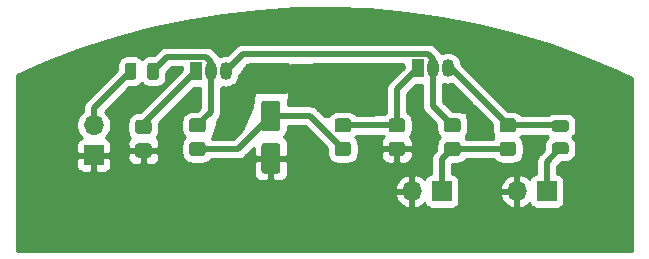
<source format=gbr>
%TF.GenerationSoftware,KiCad,Pcbnew,(5.1.7)-1*%
%TF.CreationDate,2020-12-08T09:59:05+02:00*%
%TF.ProjectId,Single_transistor_AMP,53696e67-6c65-45f7-9472-616e73697374,V1.0*%
%TF.SameCoordinates,Original*%
%TF.FileFunction,Copper,L1,Top*%
%TF.FilePolarity,Positive*%
%FSLAX46Y46*%
G04 Gerber Fmt 4.6, Leading zero omitted, Abs format (unit mm)*
G04 Created by KiCad (PCBNEW (5.1.7)-1) date 2020-12-08 09:59:05*
%MOMM*%
%LPD*%
G01*
G04 APERTURE LIST*
%TA.AperFunction,ComponentPad*%
%ADD10O,1.050000X1.500000*%
%TD*%
%TA.AperFunction,ComponentPad*%
%ADD11R,1.050000X1.500000*%
%TD*%
%TA.AperFunction,ComponentPad*%
%ADD12O,1.700000X1.700000*%
%TD*%
%TA.AperFunction,ComponentPad*%
%ADD13R,1.700000X1.700000*%
%TD*%
%TA.AperFunction,Conductor*%
%ADD14C,0.500000*%
%TD*%
%TA.AperFunction,Conductor*%
%ADD15C,0.254000*%
%TD*%
%TA.AperFunction,Conductor*%
%ADD16C,0.100000*%
%TD*%
%TA.AperFunction,NonConductor*%
%ADD17C,0.254000*%
%TD*%
%TA.AperFunction,NonConductor*%
%ADD18C,0.100000*%
%TD*%
G04 APERTURE END LIST*
%TO.P,C1,1*%
%TO.N,Net-(C1-Pad1)*%
%TA.AperFunction,SMDPad,CuDef*%
G36*
G01*
X122354000Y-78773000D02*
X122354000Y-79723000D01*
G75*
G02*
X122104000Y-79973000I-250000J0D01*
G01*
X121604000Y-79973000D01*
G75*
G02*
X121354000Y-79723000I0J250000D01*
G01*
X121354000Y-78773000D01*
G75*
G02*
X121604000Y-78523000I250000J0D01*
G01*
X122104000Y-78523000D01*
G75*
G02*
X122354000Y-78773000I0J-250000D01*
G01*
G37*
%TD.AperFunction*%
%TO.P,C1,2*%
%TO.N,Net-(C1-Pad2)*%
%TA.AperFunction,SMDPad,CuDef*%
G36*
G01*
X120454000Y-78773000D02*
X120454000Y-79723000D01*
G75*
G02*
X120204000Y-79973000I-250000J0D01*
G01*
X119704000Y-79973000D01*
G75*
G02*
X119454000Y-79723000I0J250000D01*
G01*
X119454000Y-78773000D01*
G75*
G02*
X119704000Y-78523000I250000J0D01*
G01*
X120204000Y-78523000D01*
G75*
G02*
X120454000Y-78773000I0J-250000D01*
G01*
G37*
%TD.AperFunction*%
%TD*%
%TO.P,C2,1*%
%TO.N,Net-(C2-Pad1)*%
%TA.AperFunction,SMDPad,CuDef*%
G36*
G01*
X131276000Y-81736000D02*
X132376000Y-81736000D01*
G75*
G02*
X132626000Y-81986000I0J-250000D01*
G01*
X132626000Y-84086000D01*
G75*
G02*
X132376000Y-84336000I-250000J0D01*
G01*
X131276000Y-84336000D01*
G75*
G02*
X131026000Y-84086000I0J250000D01*
G01*
X131026000Y-81986000D01*
G75*
G02*
X131276000Y-81736000I250000J0D01*
G01*
G37*
%TD.AperFunction*%
%TO.P,C2,2*%
%TO.N,GND*%
%TA.AperFunction,SMDPad,CuDef*%
G36*
G01*
X131276000Y-85336000D02*
X132376000Y-85336000D01*
G75*
G02*
X132626000Y-85586000I0J-250000D01*
G01*
X132626000Y-87686000D01*
G75*
G02*
X132376000Y-87936000I-250000J0D01*
G01*
X131276000Y-87936000D01*
G75*
G02*
X131026000Y-87686000I0J250000D01*
G01*
X131026000Y-85586000D01*
G75*
G02*
X131276000Y-85336000I250000J0D01*
G01*
G37*
%TD.AperFunction*%
%TD*%
%TO.P,C3,2*%
%TO.N,Net-(C3-Pad2)*%
%TA.AperFunction,SMDPad,CuDef*%
G36*
G01*
X156812000Y-84386000D02*
X155862000Y-84386000D01*
G75*
G02*
X155612000Y-84136000I0J250000D01*
G01*
X155612000Y-83636000D01*
G75*
G02*
X155862000Y-83386000I250000J0D01*
G01*
X156812000Y-83386000D01*
G75*
G02*
X157062000Y-83636000I0J-250000D01*
G01*
X157062000Y-84136000D01*
G75*
G02*
X156812000Y-84386000I-250000J0D01*
G01*
G37*
%TD.AperFunction*%
%TO.P,C3,1*%
%TO.N,Net-(C3-Pad1)*%
%TA.AperFunction,SMDPad,CuDef*%
G36*
G01*
X156812000Y-86286000D02*
X155862000Y-86286000D01*
G75*
G02*
X155612000Y-86036000I0J250000D01*
G01*
X155612000Y-85536000D01*
G75*
G02*
X155862000Y-85286000I250000J0D01*
G01*
X156812000Y-85286000D01*
G75*
G02*
X157062000Y-85536000I0J-250000D01*
G01*
X157062000Y-86036000D01*
G75*
G02*
X156812000Y-86286000I-250000J0D01*
G01*
G37*
%TD.AperFunction*%
%TD*%
D10*
%TO.P,Q1,2*%
%TO.N,Net-(C1-Pad1)*%
X126746000Y-79248000D03*
%TO.P,Q1,3*%
%TO.N,Net-(Q1-Pad3)*%
X128016000Y-79248000D03*
D11*
%TO.P,Q1,1*%
%TO.N,Net-(Q1-Pad1)*%
X125476000Y-79248000D03*
%TD*%
%TO.P,Q2,1*%
%TO.N,Net-(Q2-Pad1)*%
X144272000Y-78994000D03*
D10*
%TO.P,Q2,3*%
%TO.N,Net-(C3-Pad2)*%
X146812000Y-78994000D03*
%TO.P,Q2,2*%
%TO.N,Net-(Q1-Pad3)*%
X145542000Y-78994000D03*
%TD*%
%TO.P,R1,1*%
%TO.N,Net-(C1-Pad1)*%
%TA.AperFunction,SMDPad,CuDef*%
G36*
G01*
X125152999Y-83236000D02*
X126053001Y-83236000D01*
G75*
G02*
X126303000Y-83485999I0J-249999D01*
G01*
X126303000Y-84186001D01*
G75*
G02*
X126053001Y-84436000I-249999J0D01*
G01*
X125152999Y-84436000D01*
G75*
G02*
X124903000Y-84186001I0J249999D01*
G01*
X124903000Y-83485999D01*
G75*
G02*
X125152999Y-83236000I249999J0D01*
G01*
G37*
%TD.AperFunction*%
%TO.P,R1,2*%
%TO.N,Net-(C2-Pad1)*%
%TA.AperFunction,SMDPad,CuDef*%
G36*
G01*
X125152999Y-85236000D02*
X126053001Y-85236000D01*
G75*
G02*
X126303000Y-85485999I0J-249999D01*
G01*
X126303000Y-86186001D01*
G75*
G02*
X126053001Y-86436000I-249999J0D01*
G01*
X125152999Y-86436000D01*
G75*
G02*
X124903000Y-86186001I0J249999D01*
G01*
X124903000Y-85485999D01*
G75*
G02*
X125152999Y-85236000I249999J0D01*
G01*
G37*
%TD.AperFunction*%
%TD*%
%TO.P,R2,2*%
%TO.N,Net-(Q1-Pad3)*%
%TA.AperFunction,SMDPad,CuDef*%
G36*
G01*
X147643001Y-84436000D02*
X146742999Y-84436000D01*
G75*
G02*
X146493000Y-84186001I0J249999D01*
G01*
X146493000Y-83485999D01*
G75*
G02*
X146742999Y-83236000I249999J0D01*
G01*
X147643001Y-83236000D01*
G75*
G02*
X147893000Y-83485999I0J-249999D01*
G01*
X147893000Y-84186001D01*
G75*
G02*
X147643001Y-84436000I-249999J0D01*
G01*
G37*
%TD.AperFunction*%
%TO.P,R2,1*%
%TO.N,Net-(J2-Pad1)*%
%TA.AperFunction,SMDPad,CuDef*%
G36*
G01*
X147643001Y-86436000D02*
X146742999Y-86436000D01*
G75*
G02*
X146493000Y-86186001I0J249999D01*
G01*
X146493000Y-85485999D01*
G75*
G02*
X146742999Y-85236000I249999J0D01*
G01*
X147643001Y-85236000D01*
G75*
G02*
X147893000Y-85485999I0J-249999D01*
G01*
X147893000Y-86186001D01*
G75*
G02*
X147643001Y-86436000I-249999J0D01*
G01*
G37*
%TD.AperFunction*%
%TD*%
%TO.P,R3,2*%
%TO.N,GND*%
%TA.AperFunction,SMDPad,CuDef*%
G36*
G01*
X120580999Y-85363000D02*
X121481001Y-85363000D01*
G75*
G02*
X121731000Y-85612999I0J-249999D01*
G01*
X121731000Y-86313001D01*
G75*
G02*
X121481001Y-86563000I-249999J0D01*
G01*
X120580999Y-86563000D01*
G75*
G02*
X120331000Y-86313001I0J249999D01*
G01*
X120331000Y-85612999D01*
G75*
G02*
X120580999Y-85363000I249999J0D01*
G01*
G37*
%TD.AperFunction*%
%TO.P,R3,1*%
%TO.N,Net-(Q1-Pad1)*%
%TA.AperFunction,SMDPad,CuDef*%
G36*
G01*
X120580999Y-83363000D02*
X121481001Y-83363000D01*
G75*
G02*
X121731000Y-83612999I0J-249999D01*
G01*
X121731000Y-84313001D01*
G75*
G02*
X121481001Y-84563000I-249999J0D01*
G01*
X120580999Y-84563000D01*
G75*
G02*
X120331000Y-84313001I0J249999D01*
G01*
X120331000Y-83612999D01*
G75*
G02*
X120580999Y-83363000I249999J0D01*
G01*
G37*
%TD.AperFunction*%
%TD*%
%TO.P,R4,1*%
%TO.N,Net-(Q2-Pad1)*%
%TA.AperFunction,SMDPad,CuDef*%
G36*
G01*
X137471999Y-83236000D02*
X138372001Y-83236000D01*
G75*
G02*
X138622000Y-83485999I0J-249999D01*
G01*
X138622000Y-84186001D01*
G75*
G02*
X138372001Y-84436000I-249999J0D01*
G01*
X137471999Y-84436000D01*
G75*
G02*
X137222000Y-84186001I0J249999D01*
G01*
X137222000Y-83485999D01*
G75*
G02*
X137471999Y-83236000I249999J0D01*
G01*
G37*
%TD.AperFunction*%
%TO.P,R4,2*%
%TO.N,Net-(C2-Pad1)*%
%TA.AperFunction,SMDPad,CuDef*%
G36*
G01*
X137471999Y-85236000D02*
X138372001Y-85236000D01*
G75*
G02*
X138622000Y-85485999I0J-249999D01*
G01*
X138622000Y-86186001D01*
G75*
G02*
X138372001Y-86436000I-249999J0D01*
G01*
X137471999Y-86436000D01*
G75*
G02*
X137222000Y-86186001I0J249999D01*
G01*
X137222000Y-85485999D01*
G75*
G02*
X137471999Y-85236000I249999J0D01*
G01*
G37*
%TD.AperFunction*%
%TD*%
%TO.P,R5,2*%
%TO.N,Net-(C3-Pad2)*%
%TA.AperFunction,SMDPad,CuDef*%
G36*
G01*
X152342001Y-84436000D02*
X151441999Y-84436000D01*
G75*
G02*
X151192000Y-84186001I0J249999D01*
G01*
X151192000Y-83485999D01*
G75*
G02*
X151441999Y-83236000I249999J0D01*
G01*
X152342001Y-83236000D01*
G75*
G02*
X152592000Y-83485999I0J-249999D01*
G01*
X152592000Y-84186001D01*
G75*
G02*
X152342001Y-84436000I-249999J0D01*
G01*
G37*
%TD.AperFunction*%
%TO.P,R5,1*%
%TO.N,Net-(J2-Pad1)*%
%TA.AperFunction,SMDPad,CuDef*%
G36*
G01*
X152342001Y-86436000D02*
X151441999Y-86436000D01*
G75*
G02*
X151192000Y-86186001I0J249999D01*
G01*
X151192000Y-85485999D01*
G75*
G02*
X151441999Y-85236000I249999J0D01*
G01*
X152342001Y-85236000D01*
G75*
G02*
X152592000Y-85485999I0J-249999D01*
G01*
X152592000Y-86186001D01*
G75*
G02*
X152342001Y-86436000I-249999J0D01*
G01*
G37*
%TD.AperFunction*%
%TD*%
%TO.P,R6,1*%
%TO.N,Net-(Q2-Pad1)*%
%TA.AperFunction,SMDPad,CuDef*%
G36*
G01*
X142043999Y-83236000D02*
X142944001Y-83236000D01*
G75*
G02*
X143194000Y-83485999I0J-249999D01*
G01*
X143194000Y-84186001D01*
G75*
G02*
X142944001Y-84436000I-249999J0D01*
G01*
X142043999Y-84436000D01*
G75*
G02*
X141794000Y-84186001I0J249999D01*
G01*
X141794000Y-83485999D01*
G75*
G02*
X142043999Y-83236000I249999J0D01*
G01*
G37*
%TD.AperFunction*%
%TO.P,R6,2*%
%TO.N,GND*%
%TA.AperFunction,SMDPad,CuDef*%
G36*
G01*
X142043999Y-85236000D02*
X142944001Y-85236000D01*
G75*
G02*
X143194000Y-85485999I0J-249999D01*
G01*
X143194000Y-86186001D01*
G75*
G02*
X142944001Y-86436000I-249999J0D01*
G01*
X142043999Y-86436000D01*
G75*
G02*
X141794000Y-86186001I0J249999D01*
G01*
X141794000Y-85485999D01*
G75*
G02*
X142043999Y-85236000I249999J0D01*
G01*
G37*
%TD.AperFunction*%
%TD*%
D12*
%TO.P,J1,2*%
%TO.N,Net-(C1-Pad2)*%
X116840000Y-83820000D03*
D13*
%TO.P,J1,1*%
%TO.N,GND*%
X116840000Y-86360000D03*
%TD*%
%TO.P,J3,1*%
%TO.N,Net-(C3-Pad1)*%
X155194000Y-89408000D03*
D12*
%TO.P,J3,2*%
%TO.N,GND*%
X152654000Y-89408000D03*
%TD*%
D13*
%TO.P,J2,1*%
%TO.N,Net-(J2-Pad1)*%
X146304000Y-89408000D03*
D12*
%TO.P,J2,2*%
%TO.N,GND*%
X143764000Y-89408000D03*
%TD*%
D14*
%TO.N,Net-(C1-Pad1)*%
X126746000Y-82693000D02*
X126746000Y-79248000D01*
X125603000Y-83836000D02*
X126746000Y-82693000D01*
X126746000Y-78432998D02*
X126746000Y-79248000D01*
X126361001Y-78047999D02*
X126746000Y-78432998D01*
X123054001Y-78047999D02*
X126361001Y-78047999D01*
X121854000Y-79248000D02*
X123054001Y-78047999D01*
%TO.N,Net-(C1-Pad2)*%
X116840000Y-82362000D02*
X119954000Y-79248000D01*
X116840000Y-83820000D02*
X116840000Y-82362000D01*
%TO.N,Net-(C2-Pad1)*%
X129026000Y-85836000D02*
X131826000Y-83036000D01*
X125603000Y-85836000D02*
X129026000Y-85836000D01*
X135122000Y-83036000D02*
X137922000Y-85836000D01*
X131826000Y-83036000D02*
X135122000Y-83036000D01*
%TO.N,Net-(C3-Pad2)*%
X156287000Y-83836000D02*
X156337000Y-83886000D01*
X151892000Y-83836000D02*
X156287000Y-83836000D01*
X147050000Y-78994000D02*
X151892000Y-83836000D01*
X146812000Y-78994000D02*
X147050000Y-78994000D01*
%TO.N,Net-(C3-Pad1)*%
X155194000Y-86929000D02*
X156337000Y-85786000D01*
X155194000Y-89408000D02*
X155194000Y-86929000D01*
%TO.N,Net-(J2-Pad1)*%
X146304000Y-86725000D02*
X147193000Y-85836000D01*
X146304000Y-89408000D02*
X146304000Y-86725000D01*
X147193000Y-85836000D02*
X151892000Y-85836000D01*
%TO.N,Net-(Q1-Pad3)*%
X145542000Y-82185000D02*
X147193000Y-83836000D01*
X145542000Y-78994000D02*
X145542000Y-82185000D01*
X145542000Y-78178998D02*
X145542000Y-78994000D01*
X145157001Y-77793999D02*
X145542000Y-78178998D01*
X129470001Y-77793999D02*
X145157001Y-77793999D01*
X128016000Y-79248000D02*
X129470001Y-77793999D01*
%TO.N,Net-(Q1-Pad1)*%
X121031000Y-83693000D02*
X125476000Y-79248000D01*
X121031000Y-83963000D02*
X121031000Y-83693000D01*
%TO.N,Net-(Q2-Pad1)*%
X137922000Y-83836000D02*
X142494000Y-83836000D01*
X142494000Y-80772000D02*
X144272000Y-78994000D01*
X142494000Y-83836000D02*
X142494000Y-80772000D01*
%TD*%
D15*
%TO.N,GND*%
X140147627Y-74017922D02*
X143240633Y-74298896D01*
X146315502Y-74736001D01*
X149364316Y-75328112D01*
X152379267Y-76073712D01*
X155352627Y-76970891D01*
X158276796Y-78017355D01*
X161147514Y-79211768D01*
X162408000Y-79796415D01*
X162408001Y-94501100D01*
X110337200Y-94501100D01*
X110337200Y-91713674D01*
X110337204Y-91713633D01*
X110337200Y-91682570D01*
X110337200Y-91648881D01*
X110337196Y-91648837D01*
X110336954Y-89764891D01*
X142322519Y-89764891D01*
X142419843Y-90039252D01*
X142568822Y-90289355D01*
X142763731Y-90505588D01*
X142997080Y-90679641D01*
X143259901Y-90804825D01*
X143407110Y-90849476D01*
X143637000Y-90728155D01*
X143637000Y-89535000D01*
X142443186Y-89535000D01*
X142322519Y-89764891D01*
X110336954Y-89764891D01*
X110336863Y-89051109D01*
X142322519Y-89051109D01*
X142443186Y-89281000D01*
X143637000Y-89281000D01*
X143637000Y-88087845D01*
X143407110Y-87966524D01*
X143259901Y-88011175D01*
X142997080Y-88136359D01*
X142763731Y-88310412D01*
X142568822Y-88526645D01*
X142419843Y-88776748D01*
X142322519Y-89051109D01*
X110336863Y-89051109D01*
X110336719Y-87936000D01*
X130387928Y-87936000D01*
X130400188Y-88060482D01*
X130436498Y-88180180D01*
X130495463Y-88290494D01*
X130574815Y-88387185D01*
X130671506Y-88466537D01*
X130781820Y-88525502D01*
X130901518Y-88561812D01*
X131026000Y-88574072D01*
X131540250Y-88571000D01*
X131699000Y-88412250D01*
X131699000Y-86763000D01*
X131953000Y-86763000D01*
X131953000Y-88412250D01*
X132111750Y-88571000D01*
X132626000Y-88574072D01*
X132750482Y-88561812D01*
X132870180Y-88525502D01*
X132980494Y-88466537D01*
X133077185Y-88387185D01*
X133156537Y-88290494D01*
X133215502Y-88180180D01*
X133251812Y-88060482D01*
X133264072Y-87936000D01*
X133261000Y-86921750D01*
X133102250Y-86763000D01*
X131953000Y-86763000D01*
X131699000Y-86763000D01*
X130549750Y-86763000D01*
X130391000Y-86921750D01*
X130387928Y-87936000D01*
X110336719Y-87936000D01*
X110336625Y-87210000D01*
X115351928Y-87210000D01*
X115364188Y-87334482D01*
X115400498Y-87454180D01*
X115459463Y-87564494D01*
X115538815Y-87661185D01*
X115635506Y-87740537D01*
X115745820Y-87799502D01*
X115865518Y-87835812D01*
X115990000Y-87848072D01*
X116554250Y-87845000D01*
X116713000Y-87686250D01*
X116713000Y-86487000D01*
X116967000Y-86487000D01*
X116967000Y-87686250D01*
X117125750Y-87845000D01*
X117690000Y-87848072D01*
X117814482Y-87835812D01*
X117934180Y-87799502D01*
X118044494Y-87740537D01*
X118141185Y-87661185D01*
X118220537Y-87564494D01*
X118279502Y-87454180D01*
X118315812Y-87334482D01*
X118328072Y-87210000D01*
X118325000Y-86645750D01*
X118242250Y-86563000D01*
X119692928Y-86563000D01*
X119705188Y-86687482D01*
X119741498Y-86807180D01*
X119800463Y-86917494D01*
X119879815Y-87014185D01*
X119976506Y-87093537D01*
X120086820Y-87152502D01*
X120206518Y-87188812D01*
X120331000Y-87201072D01*
X120745250Y-87198000D01*
X120904000Y-87039250D01*
X120904000Y-86090000D01*
X121158000Y-86090000D01*
X121158000Y-87039250D01*
X121316750Y-87198000D01*
X121731000Y-87201072D01*
X121855482Y-87188812D01*
X121975180Y-87152502D01*
X122085494Y-87093537D01*
X122182185Y-87014185D01*
X122261537Y-86917494D01*
X122320502Y-86807180D01*
X122356812Y-86687482D01*
X122369072Y-86563000D01*
X122366000Y-86248750D01*
X122207250Y-86090000D01*
X121158000Y-86090000D01*
X120904000Y-86090000D01*
X119854750Y-86090000D01*
X119696000Y-86248750D01*
X119692928Y-86563000D01*
X118242250Y-86563000D01*
X118166250Y-86487000D01*
X116967000Y-86487000D01*
X116713000Y-86487000D01*
X115513750Y-86487000D01*
X115355000Y-86645750D01*
X115351928Y-87210000D01*
X110336625Y-87210000D01*
X110336406Y-85510000D01*
X115351928Y-85510000D01*
X115355000Y-86074250D01*
X115513750Y-86233000D01*
X116713000Y-86233000D01*
X116713000Y-86213000D01*
X116967000Y-86213000D01*
X116967000Y-86233000D01*
X118166250Y-86233000D01*
X118325000Y-86074250D01*
X118328072Y-85510000D01*
X118315812Y-85385518D01*
X118279502Y-85265820D01*
X118220537Y-85155506D01*
X118141185Y-85058815D01*
X118044494Y-84979463D01*
X117934180Y-84920498D01*
X117861620Y-84898487D01*
X117993475Y-84766632D01*
X118155990Y-84523411D01*
X118267932Y-84253158D01*
X118325000Y-83966260D01*
X118325000Y-83673740D01*
X118267932Y-83386842D01*
X118155990Y-83116589D01*
X117993475Y-82873368D01*
X117786843Y-82666736D01*
X119842507Y-80611072D01*
X120204000Y-80611072D01*
X120377254Y-80594008D01*
X120543850Y-80543472D01*
X120697386Y-80461405D01*
X120831962Y-80350962D01*
X120904000Y-80263183D01*
X120976038Y-80350962D01*
X121110614Y-80461405D01*
X121264150Y-80543472D01*
X121430746Y-80594008D01*
X121604000Y-80611072D01*
X122104000Y-80611072D01*
X122277254Y-80594008D01*
X122443850Y-80543472D01*
X122597386Y-80461405D01*
X122731962Y-80350962D01*
X122842405Y-80216386D01*
X122924472Y-80062850D01*
X122975008Y-79896254D01*
X122992072Y-79723000D01*
X122992072Y-79361506D01*
X123420580Y-78932999D01*
X124312928Y-78932999D01*
X124312928Y-79159493D01*
X120747494Y-82724928D01*
X120580999Y-82724928D01*
X120407745Y-82741992D01*
X120241149Y-82792528D01*
X120087613Y-82874595D01*
X119953038Y-82985038D01*
X119842595Y-83119613D01*
X119760528Y-83273149D01*
X119709992Y-83439745D01*
X119692928Y-83612999D01*
X119692928Y-84313001D01*
X119709992Y-84486255D01*
X119760528Y-84652851D01*
X119842595Y-84806387D01*
X119909276Y-84887637D01*
X119879815Y-84911815D01*
X119800463Y-85008506D01*
X119741498Y-85118820D01*
X119705188Y-85238518D01*
X119692928Y-85363000D01*
X119696000Y-85677250D01*
X119854750Y-85836000D01*
X120904000Y-85836000D01*
X120904000Y-85816000D01*
X121158000Y-85816000D01*
X121158000Y-85836000D01*
X122207250Y-85836000D01*
X122366000Y-85677250D01*
X122369072Y-85363000D01*
X122356812Y-85238518D01*
X122320502Y-85118820D01*
X122261537Y-85008506D01*
X122182185Y-84911815D01*
X122152724Y-84887637D01*
X122219405Y-84806387D01*
X122301472Y-84652851D01*
X122352008Y-84486255D01*
X122369072Y-84313001D01*
X122369072Y-83612999D01*
X122368490Y-83607088D01*
X125339507Y-80636072D01*
X125861001Y-80636072D01*
X125861000Y-82326421D01*
X125589493Y-82597928D01*
X125152999Y-82597928D01*
X124979745Y-82614992D01*
X124813149Y-82665528D01*
X124659613Y-82747595D01*
X124525038Y-82858038D01*
X124414595Y-82992613D01*
X124332528Y-83146149D01*
X124281992Y-83312745D01*
X124264928Y-83485999D01*
X124264928Y-84186001D01*
X124281992Y-84359255D01*
X124332528Y-84525851D01*
X124414595Y-84679387D01*
X124525038Y-84813962D01*
X124551891Y-84836000D01*
X124525038Y-84858038D01*
X124414595Y-84992613D01*
X124332528Y-85146149D01*
X124281992Y-85312745D01*
X124264928Y-85485999D01*
X124264928Y-86186001D01*
X124281992Y-86359255D01*
X124332528Y-86525851D01*
X124414595Y-86679387D01*
X124525038Y-86813962D01*
X124659613Y-86924405D01*
X124813149Y-87006472D01*
X124979745Y-87057008D01*
X125152999Y-87074072D01*
X126053001Y-87074072D01*
X126226255Y-87057008D01*
X126392851Y-87006472D01*
X126546387Y-86924405D01*
X126680962Y-86813962D01*
X126757254Y-86721000D01*
X128982531Y-86721000D01*
X129026000Y-86725281D01*
X129069469Y-86721000D01*
X129069477Y-86721000D01*
X129199490Y-86708195D01*
X129366313Y-86657589D01*
X129520059Y-86575411D01*
X129654817Y-86464817D01*
X129682534Y-86431044D01*
X130389105Y-85724474D01*
X130391000Y-86350250D01*
X130549750Y-86509000D01*
X131699000Y-86509000D01*
X131699000Y-86489000D01*
X131953000Y-86489000D01*
X131953000Y-86509000D01*
X133102250Y-86509000D01*
X133261000Y-86350250D01*
X133264072Y-85336000D01*
X133251812Y-85211518D01*
X133215502Y-85091820D01*
X133156537Y-84981506D01*
X133077185Y-84884815D01*
X132980494Y-84805463D01*
X132927187Y-84776969D01*
X133003962Y-84713962D01*
X133114405Y-84579386D01*
X133196472Y-84425850D01*
X133247008Y-84259254D01*
X133264072Y-84086000D01*
X133264072Y-83921000D01*
X134755422Y-83921000D01*
X136583928Y-85749507D01*
X136583928Y-86186001D01*
X136600992Y-86359255D01*
X136651528Y-86525851D01*
X136733595Y-86679387D01*
X136844038Y-86813962D01*
X136978613Y-86924405D01*
X137132149Y-87006472D01*
X137298745Y-87057008D01*
X137471999Y-87074072D01*
X138372001Y-87074072D01*
X138545255Y-87057008D01*
X138711851Y-87006472D01*
X138865387Y-86924405D01*
X138999962Y-86813962D01*
X139110405Y-86679387D01*
X139192472Y-86525851D01*
X139219727Y-86436000D01*
X141155928Y-86436000D01*
X141168188Y-86560482D01*
X141204498Y-86680180D01*
X141263463Y-86790494D01*
X141342815Y-86887185D01*
X141439506Y-86966537D01*
X141549820Y-87025502D01*
X141669518Y-87061812D01*
X141794000Y-87074072D01*
X142208250Y-87071000D01*
X142367000Y-86912250D01*
X142367000Y-85963000D01*
X142621000Y-85963000D01*
X142621000Y-86912250D01*
X142779750Y-87071000D01*
X143194000Y-87074072D01*
X143318482Y-87061812D01*
X143438180Y-87025502D01*
X143548494Y-86966537D01*
X143645185Y-86887185D01*
X143724537Y-86790494D01*
X143783502Y-86680180D01*
X143819812Y-86560482D01*
X143832072Y-86436000D01*
X143829000Y-86121750D01*
X143670250Y-85963000D01*
X142621000Y-85963000D01*
X142367000Y-85963000D01*
X141317750Y-85963000D01*
X141159000Y-86121750D01*
X141155928Y-86436000D01*
X139219727Y-86436000D01*
X139243008Y-86359255D01*
X139260072Y-86186001D01*
X139260072Y-85485999D01*
X139243008Y-85312745D01*
X139192472Y-85146149D01*
X139110405Y-84992613D01*
X138999962Y-84858038D01*
X138973109Y-84836000D01*
X138999962Y-84813962D01*
X139076254Y-84721000D01*
X141339746Y-84721000D01*
X141372276Y-84760637D01*
X141342815Y-84784815D01*
X141263463Y-84881506D01*
X141204498Y-84991820D01*
X141168188Y-85111518D01*
X141155928Y-85236000D01*
X141159000Y-85550250D01*
X141317750Y-85709000D01*
X142367000Y-85709000D01*
X142367000Y-85689000D01*
X142621000Y-85689000D01*
X142621000Y-85709000D01*
X143670250Y-85709000D01*
X143829000Y-85550250D01*
X143832072Y-85236000D01*
X143819812Y-85111518D01*
X143783502Y-84991820D01*
X143724537Y-84881506D01*
X143645185Y-84784815D01*
X143615724Y-84760637D01*
X143682405Y-84679387D01*
X143764472Y-84525851D01*
X143815008Y-84359255D01*
X143832072Y-84186001D01*
X143832072Y-83485999D01*
X143815008Y-83312745D01*
X143764472Y-83146149D01*
X143682405Y-82992613D01*
X143571962Y-82858038D01*
X143437387Y-82747595D01*
X143379000Y-82716386D01*
X143379000Y-81138578D01*
X144135507Y-80382072D01*
X144657000Y-80382072D01*
X144657001Y-82141521D01*
X144652719Y-82185000D01*
X144669805Y-82358490D01*
X144720412Y-82525313D01*
X144802590Y-82679059D01*
X144885468Y-82780046D01*
X144885471Y-82780049D01*
X144913184Y-82813817D01*
X144946951Y-82841529D01*
X145854928Y-83749507D01*
X145854928Y-84186001D01*
X145871992Y-84359255D01*
X145922528Y-84525851D01*
X146004595Y-84679387D01*
X146115038Y-84813962D01*
X146141891Y-84836000D01*
X146115038Y-84858038D01*
X146004595Y-84992613D01*
X145922528Y-85146149D01*
X145871992Y-85312745D01*
X145854928Y-85485999D01*
X145854928Y-85922494D01*
X145708951Y-86068471D01*
X145675184Y-86096183D01*
X145647471Y-86129951D01*
X145647468Y-86129954D01*
X145564590Y-86230941D01*
X145482412Y-86384687D01*
X145431805Y-86551510D01*
X145414719Y-86725000D01*
X145419001Y-86768479D01*
X145419001Y-87923375D01*
X145329518Y-87932188D01*
X145209820Y-87968498D01*
X145099506Y-88027463D01*
X145002815Y-88106815D01*
X144923463Y-88203506D01*
X144864498Y-88313820D01*
X144840034Y-88394466D01*
X144764269Y-88310412D01*
X144530920Y-88136359D01*
X144268099Y-88011175D01*
X144120890Y-87966524D01*
X143891000Y-88087845D01*
X143891000Y-89281000D01*
X143911000Y-89281000D01*
X143911000Y-89535000D01*
X143891000Y-89535000D01*
X143891000Y-90728155D01*
X144120890Y-90849476D01*
X144268099Y-90804825D01*
X144530920Y-90679641D01*
X144764269Y-90505588D01*
X144840034Y-90421534D01*
X144864498Y-90502180D01*
X144923463Y-90612494D01*
X145002815Y-90709185D01*
X145099506Y-90788537D01*
X145209820Y-90847502D01*
X145329518Y-90883812D01*
X145454000Y-90896072D01*
X147154000Y-90896072D01*
X147278482Y-90883812D01*
X147398180Y-90847502D01*
X147508494Y-90788537D01*
X147605185Y-90709185D01*
X147684537Y-90612494D01*
X147743502Y-90502180D01*
X147779812Y-90382482D01*
X147792072Y-90258000D01*
X147792072Y-89764891D01*
X151212519Y-89764891D01*
X151309843Y-90039252D01*
X151458822Y-90289355D01*
X151653731Y-90505588D01*
X151887080Y-90679641D01*
X152149901Y-90804825D01*
X152297110Y-90849476D01*
X152527000Y-90728155D01*
X152527000Y-89535000D01*
X151333186Y-89535000D01*
X151212519Y-89764891D01*
X147792072Y-89764891D01*
X147792072Y-89051109D01*
X151212519Y-89051109D01*
X151333186Y-89281000D01*
X152527000Y-89281000D01*
X152527000Y-88087845D01*
X152297110Y-87966524D01*
X152149901Y-88011175D01*
X151887080Y-88136359D01*
X151653731Y-88310412D01*
X151458822Y-88526645D01*
X151309843Y-88776748D01*
X151212519Y-89051109D01*
X147792072Y-89051109D01*
X147792072Y-88558000D01*
X147779812Y-88433518D01*
X147743502Y-88313820D01*
X147684537Y-88203506D01*
X147605185Y-88106815D01*
X147508494Y-88027463D01*
X147398180Y-87968498D01*
X147278482Y-87932188D01*
X147189000Y-87923375D01*
X147189000Y-87091578D01*
X147206506Y-87074072D01*
X147643001Y-87074072D01*
X147816255Y-87057008D01*
X147982851Y-87006472D01*
X148136387Y-86924405D01*
X148270962Y-86813962D01*
X148347254Y-86721000D01*
X150737746Y-86721000D01*
X150814038Y-86813962D01*
X150948613Y-86924405D01*
X151102149Y-87006472D01*
X151268745Y-87057008D01*
X151441999Y-87074072D01*
X152342001Y-87074072D01*
X152515255Y-87057008D01*
X152681851Y-87006472D01*
X152835387Y-86924405D01*
X152969962Y-86813962D01*
X153080405Y-86679387D01*
X153162472Y-86525851D01*
X153213008Y-86359255D01*
X153230072Y-86186001D01*
X153230072Y-85485999D01*
X153213008Y-85312745D01*
X153162472Y-85146149D01*
X153080405Y-84992613D01*
X152969962Y-84858038D01*
X152943109Y-84836000D01*
X152969962Y-84813962D01*
X153046254Y-84721000D01*
X155198780Y-84721000D01*
X155234038Y-84763962D01*
X155321817Y-84836000D01*
X155234038Y-84908038D01*
X155123595Y-85042614D01*
X155041528Y-85196150D01*
X154990992Y-85362746D01*
X154973928Y-85536000D01*
X154973928Y-85897494D01*
X154598951Y-86272471D01*
X154565184Y-86300183D01*
X154537471Y-86333951D01*
X154537468Y-86333954D01*
X154454590Y-86434941D01*
X154372412Y-86588687D01*
X154321805Y-86755510D01*
X154304719Y-86929000D01*
X154309001Y-86972479D01*
X154309001Y-87923375D01*
X154219518Y-87932188D01*
X154099820Y-87968498D01*
X153989506Y-88027463D01*
X153892815Y-88106815D01*
X153813463Y-88203506D01*
X153754498Y-88313820D01*
X153730034Y-88394466D01*
X153654269Y-88310412D01*
X153420920Y-88136359D01*
X153158099Y-88011175D01*
X153010890Y-87966524D01*
X152781000Y-88087845D01*
X152781000Y-89281000D01*
X152801000Y-89281000D01*
X152801000Y-89535000D01*
X152781000Y-89535000D01*
X152781000Y-90728155D01*
X153010890Y-90849476D01*
X153158099Y-90804825D01*
X153420920Y-90679641D01*
X153654269Y-90505588D01*
X153730034Y-90421534D01*
X153754498Y-90502180D01*
X153813463Y-90612494D01*
X153892815Y-90709185D01*
X153989506Y-90788537D01*
X154099820Y-90847502D01*
X154219518Y-90883812D01*
X154344000Y-90896072D01*
X156044000Y-90896072D01*
X156168482Y-90883812D01*
X156288180Y-90847502D01*
X156398494Y-90788537D01*
X156495185Y-90709185D01*
X156574537Y-90612494D01*
X156633502Y-90502180D01*
X156669812Y-90382482D01*
X156682072Y-90258000D01*
X156682072Y-88558000D01*
X156669812Y-88433518D01*
X156633502Y-88313820D01*
X156574537Y-88203506D01*
X156495185Y-88106815D01*
X156398494Y-88027463D01*
X156288180Y-87968498D01*
X156168482Y-87932188D01*
X156079000Y-87923375D01*
X156079000Y-87295578D01*
X156450507Y-86924072D01*
X156812000Y-86924072D01*
X156985254Y-86907008D01*
X157151850Y-86856472D01*
X157305386Y-86774405D01*
X157439962Y-86663962D01*
X157550405Y-86529386D01*
X157632472Y-86375850D01*
X157683008Y-86209254D01*
X157700072Y-86036000D01*
X157700072Y-85536000D01*
X157683008Y-85362746D01*
X157632472Y-85196150D01*
X157550405Y-85042614D01*
X157439962Y-84908038D01*
X157352183Y-84836000D01*
X157439962Y-84763962D01*
X157550405Y-84629386D01*
X157632472Y-84475850D01*
X157683008Y-84309254D01*
X157700072Y-84136000D01*
X157700072Y-83636000D01*
X157683008Y-83462746D01*
X157632472Y-83296150D01*
X157550405Y-83142614D01*
X157439962Y-83008038D01*
X157305386Y-82897595D01*
X157151850Y-82815528D01*
X156985254Y-82764992D01*
X156812000Y-82747928D01*
X155862000Y-82747928D01*
X155688746Y-82764992D01*
X155522150Y-82815528D01*
X155368614Y-82897595D01*
X155303539Y-82951000D01*
X153046254Y-82951000D01*
X152969962Y-82858038D01*
X152835387Y-82747595D01*
X152681851Y-82665528D01*
X152515255Y-82614992D01*
X152342001Y-82597928D01*
X151905507Y-82597928D01*
X147966800Y-78659222D01*
X147955215Y-78541600D01*
X147888885Y-78322940D01*
X147781171Y-78121421D01*
X147636212Y-77944788D01*
X147459578Y-77799829D01*
X147258059Y-77692115D01*
X147039399Y-77625785D01*
X146812000Y-77603388D01*
X146584600Y-77625785D01*
X146365940Y-77692115D01*
X146303178Y-77725662D01*
X146281411Y-77684939D01*
X146170817Y-77550181D01*
X146137045Y-77522465D01*
X145813535Y-77198955D01*
X145785818Y-77165182D01*
X145651060Y-77054588D01*
X145497314Y-76972410D01*
X145330491Y-76921804D01*
X145200478Y-76908999D01*
X145200470Y-76908999D01*
X145157001Y-76904718D01*
X145113532Y-76908999D01*
X129513470Y-76908999D01*
X129470001Y-76904718D01*
X129426532Y-76908999D01*
X129426524Y-76908999D01*
X129318950Y-76919594D01*
X129296510Y-76921804D01*
X129245904Y-76937156D01*
X129129688Y-76972410D01*
X129011592Y-77035533D01*
X128975942Y-77054588D01*
X128874954Y-77137467D01*
X128874952Y-77137469D01*
X128841184Y-77165182D01*
X128813471Y-77198950D01*
X128142568Y-77869854D01*
X128016000Y-77857388D01*
X127788600Y-77879785D01*
X127569940Y-77946115D01*
X127507178Y-77979662D01*
X127485411Y-77938939D01*
X127374817Y-77804181D01*
X127341045Y-77776465D01*
X127017535Y-77452955D01*
X126989818Y-77419182D01*
X126855060Y-77308588D01*
X126701314Y-77226410D01*
X126534491Y-77175804D01*
X126404478Y-77162999D01*
X126404470Y-77162999D01*
X126361001Y-77158718D01*
X126317532Y-77162999D01*
X123097470Y-77162999D01*
X123054001Y-77158718D01*
X123010532Y-77162999D01*
X123010524Y-77162999D01*
X122880511Y-77175804D01*
X122713687Y-77226410D01*
X122559942Y-77308588D01*
X122458954Y-77391467D01*
X122458952Y-77391469D01*
X122425184Y-77419182D01*
X122397471Y-77452950D01*
X121965493Y-77884928D01*
X121604000Y-77884928D01*
X121430746Y-77901992D01*
X121264150Y-77952528D01*
X121110614Y-78034595D01*
X120976038Y-78145038D01*
X120904000Y-78232817D01*
X120831962Y-78145038D01*
X120697386Y-78034595D01*
X120543850Y-77952528D01*
X120377254Y-77901992D01*
X120204000Y-77884928D01*
X119704000Y-77884928D01*
X119530746Y-77901992D01*
X119364150Y-77952528D01*
X119210614Y-78034595D01*
X119076038Y-78145038D01*
X118965595Y-78279614D01*
X118883528Y-78433150D01*
X118832992Y-78599746D01*
X118815928Y-78773000D01*
X118815928Y-79134493D01*
X116244951Y-81705471D01*
X116211184Y-81733183D01*
X116183471Y-81766951D01*
X116183468Y-81766954D01*
X116100590Y-81867941D01*
X116018412Y-82021687D01*
X115967805Y-82188510D01*
X115950719Y-82362000D01*
X115955001Y-82405479D01*
X115955001Y-82625343D01*
X115893368Y-82666525D01*
X115686525Y-82873368D01*
X115524010Y-83116589D01*
X115412068Y-83386842D01*
X115355000Y-83673740D01*
X115355000Y-83966260D01*
X115412068Y-84253158D01*
X115524010Y-84523411D01*
X115686525Y-84766632D01*
X115818380Y-84898487D01*
X115745820Y-84920498D01*
X115635506Y-84979463D01*
X115538815Y-85058815D01*
X115459463Y-85155506D01*
X115400498Y-85265820D01*
X115364188Y-85385518D01*
X115351928Y-85510000D01*
X110336406Y-85510000D01*
X110335643Y-79587918D01*
X112798775Y-78501065D01*
X115699999Y-77392650D01*
X118653616Y-76432426D01*
X121652023Y-75622868D01*
X124687563Y-74966040D01*
X127752405Y-74463637D01*
X130838785Y-74116932D01*
X133938708Y-73926822D01*
X137044318Y-73893790D01*
X140147627Y-74017922D01*
%TA.AperFunction,Conductor*%
D16*
G36*
X140147627Y-74017922D02*
G01*
X143240633Y-74298896D01*
X146315502Y-74736001D01*
X149364316Y-75328112D01*
X152379267Y-76073712D01*
X155352627Y-76970891D01*
X158276796Y-78017355D01*
X161147514Y-79211768D01*
X162408000Y-79796415D01*
X162408001Y-94501100D01*
X110337200Y-94501100D01*
X110337200Y-91713674D01*
X110337204Y-91713633D01*
X110337200Y-91682570D01*
X110337200Y-91648881D01*
X110337196Y-91648837D01*
X110336954Y-89764891D01*
X142322519Y-89764891D01*
X142419843Y-90039252D01*
X142568822Y-90289355D01*
X142763731Y-90505588D01*
X142997080Y-90679641D01*
X143259901Y-90804825D01*
X143407110Y-90849476D01*
X143637000Y-90728155D01*
X143637000Y-89535000D01*
X142443186Y-89535000D01*
X142322519Y-89764891D01*
X110336954Y-89764891D01*
X110336863Y-89051109D01*
X142322519Y-89051109D01*
X142443186Y-89281000D01*
X143637000Y-89281000D01*
X143637000Y-88087845D01*
X143407110Y-87966524D01*
X143259901Y-88011175D01*
X142997080Y-88136359D01*
X142763731Y-88310412D01*
X142568822Y-88526645D01*
X142419843Y-88776748D01*
X142322519Y-89051109D01*
X110336863Y-89051109D01*
X110336719Y-87936000D01*
X130387928Y-87936000D01*
X130400188Y-88060482D01*
X130436498Y-88180180D01*
X130495463Y-88290494D01*
X130574815Y-88387185D01*
X130671506Y-88466537D01*
X130781820Y-88525502D01*
X130901518Y-88561812D01*
X131026000Y-88574072D01*
X131540250Y-88571000D01*
X131699000Y-88412250D01*
X131699000Y-86763000D01*
X131953000Y-86763000D01*
X131953000Y-88412250D01*
X132111750Y-88571000D01*
X132626000Y-88574072D01*
X132750482Y-88561812D01*
X132870180Y-88525502D01*
X132980494Y-88466537D01*
X133077185Y-88387185D01*
X133156537Y-88290494D01*
X133215502Y-88180180D01*
X133251812Y-88060482D01*
X133264072Y-87936000D01*
X133261000Y-86921750D01*
X133102250Y-86763000D01*
X131953000Y-86763000D01*
X131699000Y-86763000D01*
X130549750Y-86763000D01*
X130391000Y-86921750D01*
X130387928Y-87936000D01*
X110336719Y-87936000D01*
X110336625Y-87210000D01*
X115351928Y-87210000D01*
X115364188Y-87334482D01*
X115400498Y-87454180D01*
X115459463Y-87564494D01*
X115538815Y-87661185D01*
X115635506Y-87740537D01*
X115745820Y-87799502D01*
X115865518Y-87835812D01*
X115990000Y-87848072D01*
X116554250Y-87845000D01*
X116713000Y-87686250D01*
X116713000Y-86487000D01*
X116967000Y-86487000D01*
X116967000Y-87686250D01*
X117125750Y-87845000D01*
X117690000Y-87848072D01*
X117814482Y-87835812D01*
X117934180Y-87799502D01*
X118044494Y-87740537D01*
X118141185Y-87661185D01*
X118220537Y-87564494D01*
X118279502Y-87454180D01*
X118315812Y-87334482D01*
X118328072Y-87210000D01*
X118325000Y-86645750D01*
X118242250Y-86563000D01*
X119692928Y-86563000D01*
X119705188Y-86687482D01*
X119741498Y-86807180D01*
X119800463Y-86917494D01*
X119879815Y-87014185D01*
X119976506Y-87093537D01*
X120086820Y-87152502D01*
X120206518Y-87188812D01*
X120331000Y-87201072D01*
X120745250Y-87198000D01*
X120904000Y-87039250D01*
X120904000Y-86090000D01*
X121158000Y-86090000D01*
X121158000Y-87039250D01*
X121316750Y-87198000D01*
X121731000Y-87201072D01*
X121855482Y-87188812D01*
X121975180Y-87152502D01*
X122085494Y-87093537D01*
X122182185Y-87014185D01*
X122261537Y-86917494D01*
X122320502Y-86807180D01*
X122356812Y-86687482D01*
X122369072Y-86563000D01*
X122366000Y-86248750D01*
X122207250Y-86090000D01*
X121158000Y-86090000D01*
X120904000Y-86090000D01*
X119854750Y-86090000D01*
X119696000Y-86248750D01*
X119692928Y-86563000D01*
X118242250Y-86563000D01*
X118166250Y-86487000D01*
X116967000Y-86487000D01*
X116713000Y-86487000D01*
X115513750Y-86487000D01*
X115355000Y-86645750D01*
X115351928Y-87210000D01*
X110336625Y-87210000D01*
X110336406Y-85510000D01*
X115351928Y-85510000D01*
X115355000Y-86074250D01*
X115513750Y-86233000D01*
X116713000Y-86233000D01*
X116713000Y-86213000D01*
X116967000Y-86213000D01*
X116967000Y-86233000D01*
X118166250Y-86233000D01*
X118325000Y-86074250D01*
X118328072Y-85510000D01*
X118315812Y-85385518D01*
X118279502Y-85265820D01*
X118220537Y-85155506D01*
X118141185Y-85058815D01*
X118044494Y-84979463D01*
X117934180Y-84920498D01*
X117861620Y-84898487D01*
X117993475Y-84766632D01*
X118155990Y-84523411D01*
X118267932Y-84253158D01*
X118325000Y-83966260D01*
X118325000Y-83673740D01*
X118267932Y-83386842D01*
X118155990Y-83116589D01*
X117993475Y-82873368D01*
X117786843Y-82666736D01*
X119842507Y-80611072D01*
X120204000Y-80611072D01*
X120377254Y-80594008D01*
X120543850Y-80543472D01*
X120697386Y-80461405D01*
X120831962Y-80350962D01*
X120904000Y-80263183D01*
X120976038Y-80350962D01*
X121110614Y-80461405D01*
X121264150Y-80543472D01*
X121430746Y-80594008D01*
X121604000Y-80611072D01*
X122104000Y-80611072D01*
X122277254Y-80594008D01*
X122443850Y-80543472D01*
X122597386Y-80461405D01*
X122731962Y-80350962D01*
X122842405Y-80216386D01*
X122924472Y-80062850D01*
X122975008Y-79896254D01*
X122992072Y-79723000D01*
X122992072Y-79361506D01*
X123420580Y-78932999D01*
X124312928Y-78932999D01*
X124312928Y-79159493D01*
X120747494Y-82724928D01*
X120580999Y-82724928D01*
X120407745Y-82741992D01*
X120241149Y-82792528D01*
X120087613Y-82874595D01*
X119953038Y-82985038D01*
X119842595Y-83119613D01*
X119760528Y-83273149D01*
X119709992Y-83439745D01*
X119692928Y-83612999D01*
X119692928Y-84313001D01*
X119709992Y-84486255D01*
X119760528Y-84652851D01*
X119842595Y-84806387D01*
X119909276Y-84887637D01*
X119879815Y-84911815D01*
X119800463Y-85008506D01*
X119741498Y-85118820D01*
X119705188Y-85238518D01*
X119692928Y-85363000D01*
X119696000Y-85677250D01*
X119854750Y-85836000D01*
X120904000Y-85836000D01*
X120904000Y-85816000D01*
X121158000Y-85816000D01*
X121158000Y-85836000D01*
X122207250Y-85836000D01*
X122366000Y-85677250D01*
X122369072Y-85363000D01*
X122356812Y-85238518D01*
X122320502Y-85118820D01*
X122261537Y-85008506D01*
X122182185Y-84911815D01*
X122152724Y-84887637D01*
X122219405Y-84806387D01*
X122301472Y-84652851D01*
X122352008Y-84486255D01*
X122369072Y-84313001D01*
X122369072Y-83612999D01*
X122368490Y-83607088D01*
X125339507Y-80636072D01*
X125861001Y-80636072D01*
X125861000Y-82326421D01*
X125589493Y-82597928D01*
X125152999Y-82597928D01*
X124979745Y-82614992D01*
X124813149Y-82665528D01*
X124659613Y-82747595D01*
X124525038Y-82858038D01*
X124414595Y-82992613D01*
X124332528Y-83146149D01*
X124281992Y-83312745D01*
X124264928Y-83485999D01*
X124264928Y-84186001D01*
X124281992Y-84359255D01*
X124332528Y-84525851D01*
X124414595Y-84679387D01*
X124525038Y-84813962D01*
X124551891Y-84836000D01*
X124525038Y-84858038D01*
X124414595Y-84992613D01*
X124332528Y-85146149D01*
X124281992Y-85312745D01*
X124264928Y-85485999D01*
X124264928Y-86186001D01*
X124281992Y-86359255D01*
X124332528Y-86525851D01*
X124414595Y-86679387D01*
X124525038Y-86813962D01*
X124659613Y-86924405D01*
X124813149Y-87006472D01*
X124979745Y-87057008D01*
X125152999Y-87074072D01*
X126053001Y-87074072D01*
X126226255Y-87057008D01*
X126392851Y-87006472D01*
X126546387Y-86924405D01*
X126680962Y-86813962D01*
X126757254Y-86721000D01*
X128982531Y-86721000D01*
X129026000Y-86725281D01*
X129069469Y-86721000D01*
X129069477Y-86721000D01*
X129199490Y-86708195D01*
X129366313Y-86657589D01*
X129520059Y-86575411D01*
X129654817Y-86464817D01*
X129682534Y-86431044D01*
X130389105Y-85724474D01*
X130391000Y-86350250D01*
X130549750Y-86509000D01*
X131699000Y-86509000D01*
X131699000Y-86489000D01*
X131953000Y-86489000D01*
X131953000Y-86509000D01*
X133102250Y-86509000D01*
X133261000Y-86350250D01*
X133264072Y-85336000D01*
X133251812Y-85211518D01*
X133215502Y-85091820D01*
X133156537Y-84981506D01*
X133077185Y-84884815D01*
X132980494Y-84805463D01*
X132927187Y-84776969D01*
X133003962Y-84713962D01*
X133114405Y-84579386D01*
X133196472Y-84425850D01*
X133247008Y-84259254D01*
X133264072Y-84086000D01*
X133264072Y-83921000D01*
X134755422Y-83921000D01*
X136583928Y-85749507D01*
X136583928Y-86186001D01*
X136600992Y-86359255D01*
X136651528Y-86525851D01*
X136733595Y-86679387D01*
X136844038Y-86813962D01*
X136978613Y-86924405D01*
X137132149Y-87006472D01*
X137298745Y-87057008D01*
X137471999Y-87074072D01*
X138372001Y-87074072D01*
X138545255Y-87057008D01*
X138711851Y-87006472D01*
X138865387Y-86924405D01*
X138999962Y-86813962D01*
X139110405Y-86679387D01*
X139192472Y-86525851D01*
X139219727Y-86436000D01*
X141155928Y-86436000D01*
X141168188Y-86560482D01*
X141204498Y-86680180D01*
X141263463Y-86790494D01*
X141342815Y-86887185D01*
X141439506Y-86966537D01*
X141549820Y-87025502D01*
X141669518Y-87061812D01*
X141794000Y-87074072D01*
X142208250Y-87071000D01*
X142367000Y-86912250D01*
X142367000Y-85963000D01*
X142621000Y-85963000D01*
X142621000Y-86912250D01*
X142779750Y-87071000D01*
X143194000Y-87074072D01*
X143318482Y-87061812D01*
X143438180Y-87025502D01*
X143548494Y-86966537D01*
X143645185Y-86887185D01*
X143724537Y-86790494D01*
X143783502Y-86680180D01*
X143819812Y-86560482D01*
X143832072Y-86436000D01*
X143829000Y-86121750D01*
X143670250Y-85963000D01*
X142621000Y-85963000D01*
X142367000Y-85963000D01*
X141317750Y-85963000D01*
X141159000Y-86121750D01*
X141155928Y-86436000D01*
X139219727Y-86436000D01*
X139243008Y-86359255D01*
X139260072Y-86186001D01*
X139260072Y-85485999D01*
X139243008Y-85312745D01*
X139192472Y-85146149D01*
X139110405Y-84992613D01*
X138999962Y-84858038D01*
X138973109Y-84836000D01*
X138999962Y-84813962D01*
X139076254Y-84721000D01*
X141339746Y-84721000D01*
X141372276Y-84760637D01*
X141342815Y-84784815D01*
X141263463Y-84881506D01*
X141204498Y-84991820D01*
X141168188Y-85111518D01*
X141155928Y-85236000D01*
X141159000Y-85550250D01*
X141317750Y-85709000D01*
X142367000Y-85709000D01*
X142367000Y-85689000D01*
X142621000Y-85689000D01*
X142621000Y-85709000D01*
X143670250Y-85709000D01*
X143829000Y-85550250D01*
X143832072Y-85236000D01*
X143819812Y-85111518D01*
X143783502Y-84991820D01*
X143724537Y-84881506D01*
X143645185Y-84784815D01*
X143615724Y-84760637D01*
X143682405Y-84679387D01*
X143764472Y-84525851D01*
X143815008Y-84359255D01*
X143832072Y-84186001D01*
X143832072Y-83485999D01*
X143815008Y-83312745D01*
X143764472Y-83146149D01*
X143682405Y-82992613D01*
X143571962Y-82858038D01*
X143437387Y-82747595D01*
X143379000Y-82716386D01*
X143379000Y-81138578D01*
X144135507Y-80382072D01*
X144657000Y-80382072D01*
X144657001Y-82141521D01*
X144652719Y-82185000D01*
X144669805Y-82358490D01*
X144720412Y-82525313D01*
X144802590Y-82679059D01*
X144885468Y-82780046D01*
X144885471Y-82780049D01*
X144913184Y-82813817D01*
X144946951Y-82841529D01*
X145854928Y-83749507D01*
X145854928Y-84186001D01*
X145871992Y-84359255D01*
X145922528Y-84525851D01*
X146004595Y-84679387D01*
X146115038Y-84813962D01*
X146141891Y-84836000D01*
X146115038Y-84858038D01*
X146004595Y-84992613D01*
X145922528Y-85146149D01*
X145871992Y-85312745D01*
X145854928Y-85485999D01*
X145854928Y-85922494D01*
X145708951Y-86068471D01*
X145675184Y-86096183D01*
X145647471Y-86129951D01*
X145647468Y-86129954D01*
X145564590Y-86230941D01*
X145482412Y-86384687D01*
X145431805Y-86551510D01*
X145414719Y-86725000D01*
X145419001Y-86768479D01*
X145419001Y-87923375D01*
X145329518Y-87932188D01*
X145209820Y-87968498D01*
X145099506Y-88027463D01*
X145002815Y-88106815D01*
X144923463Y-88203506D01*
X144864498Y-88313820D01*
X144840034Y-88394466D01*
X144764269Y-88310412D01*
X144530920Y-88136359D01*
X144268099Y-88011175D01*
X144120890Y-87966524D01*
X143891000Y-88087845D01*
X143891000Y-89281000D01*
X143911000Y-89281000D01*
X143911000Y-89535000D01*
X143891000Y-89535000D01*
X143891000Y-90728155D01*
X144120890Y-90849476D01*
X144268099Y-90804825D01*
X144530920Y-90679641D01*
X144764269Y-90505588D01*
X144840034Y-90421534D01*
X144864498Y-90502180D01*
X144923463Y-90612494D01*
X145002815Y-90709185D01*
X145099506Y-90788537D01*
X145209820Y-90847502D01*
X145329518Y-90883812D01*
X145454000Y-90896072D01*
X147154000Y-90896072D01*
X147278482Y-90883812D01*
X147398180Y-90847502D01*
X147508494Y-90788537D01*
X147605185Y-90709185D01*
X147684537Y-90612494D01*
X147743502Y-90502180D01*
X147779812Y-90382482D01*
X147792072Y-90258000D01*
X147792072Y-89764891D01*
X151212519Y-89764891D01*
X151309843Y-90039252D01*
X151458822Y-90289355D01*
X151653731Y-90505588D01*
X151887080Y-90679641D01*
X152149901Y-90804825D01*
X152297110Y-90849476D01*
X152527000Y-90728155D01*
X152527000Y-89535000D01*
X151333186Y-89535000D01*
X151212519Y-89764891D01*
X147792072Y-89764891D01*
X147792072Y-89051109D01*
X151212519Y-89051109D01*
X151333186Y-89281000D01*
X152527000Y-89281000D01*
X152527000Y-88087845D01*
X152297110Y-87966524D01*
X152149901Y-88011175D01*
X151887080Y-88136359D01*
X151653731Y-88310412D01*
X151458822Y-88526645D01*
X151309843Y-88776748D01*
X151212519Y-89051109D01*
X147792072Y-89051109D01*
X147792072Y-88558000D01*
X147779812Y-88433518D01*
X147743502Y-88313820D01*
X147684537Y-88203506D01*
X147605185Y-88106815D01*
X147508494Y-88027463D01*
X147398180Y-87968498D01*
X147278482Y-87932188D01*
X147189000Y-87923375D01*
X147189000Y-87091578D01*
X147206506Y-87074072D01*
X147643001Y-87074072D01*
X147816255Y-87057008D01*
X147982851Y-87006472D01*
X148136387Y-86924405D01*
X148270962Y-86813962D01*
X148347254Y-86721000D01*
X150737746Y-86721000D01*
X150814038Y-86813962D01*
X150948613Y-86924405D01*
X151102149Y-87006472D01*
X151268745Y-87057008D01*
X151441999Y-87074072D01*
X152342001Y-87074072D01*
X152515255Y-87057008D01*
X152681851Y-87006472D01*
X152835387Y-86924405D01*
X152969962Y-86813962D01*
X153080405Y-86679387D01*
X153162472Y-86525851D01*
X153213008Y-86359255D01*
X153230072Y-86186001D01*
X153230072Y-85485999D01*
X153213008Y-85312745D01*
X153162472Y-85146149D01*
X153080405Y-84992613D01*
X152969962Y-84858038D01*
X152943109Y-84836000D01*
X152969962Y-84813962D01*
X153046254Y-84721000D01*
X155198780Y-84721000D01*
X155234038Y-84763962D01*
X155321817Y-84836000D01*
X155234038Y-84908038D01*
X155123595Y-85042614D01*
X155041528Y-85196150D01*
X154990992Y-85362746D01*
X154973928Y-85536000D01*
X154973928Y-85897494D01*
X154598951Y-86272471D01*
X154565184Y-86300183D01*
X154537471Y-86333951D01*
X154537468Y-86333954D01*
X154454590Y-86434941D01*
X154372412Y-86588687D01*
X154321805Y-86755510D01*
X154304719Y-86929000D01*
X154309001Y-86972479D01*
X154309001Y-87923375D01*
X154219518Y-87932188D01*
X154099820Y-87968498D01*
X153989506Y-88027463D01*
X153892815Y-88106815D01*
X153813463Y-88203506D01*
X153754498Y-88313820D01*
X153730034Y-88394466D01*
X153654269Y-88310412D01*
X153420920Y-88136359D01*
X153158099Y-88011175D01*
X153010890Y-87966524D01*
X152781000Y-88087845D01*
X152781000Y-89281000D01*
X152801000Y-89281000D01*
X152801000Y-89535000D01*
X152781000Y-89535000D01*
X152781000Y-90728155D01*
X153010890Y-90849476D01*
X153158099Y-90804825D01*
X153420920Y-90679641D01*
X153654269Y-90505588D01*
X153730034Y-90421534D01*
X153754498Y-90502180D01*
X153813463Y-90612494D01*
X153892815Y-90709185D01*
X153989506Y-90788537D01*
X154099820Y-90847502D01*
X154219518Y-90883812D01*
X154344000Y-90896072D01*
X156044000Y-90896072D01*
X156168482Y-90883812D01*
X156288180Y-90847502D01*
X156398494Y-90788537D01*
X156495185Y-90709185D01*
X156574537Y-90612494D01*
X156633502Y-90502180D01*
X156669812Y-90382482D01*
X156682072Y-90258000D01*
X156682072Y-88558000D01*
X156669812Y-88433518D01*
X156633502Y-88313820D01*
X156574537Y-88203506D01*
X156495185Y-88106815D01*
X156398494Y-88027463D01*
X156288180Y-87968498D01*
X156168482Y-87932188D01*
X156079000Y-87923375D01*
X156079000Y-87295578D01*
X156450507Y-86924072D01*
X156812000Y-86924072D01*
X156985254Y-86907008D01*
X157151850Y-86856472D01*
X157305386Y-86774405D01*
X157439962Y-86663962D01*
X157550405Y-86529386D01*
X157632472Y-86375850D01*
X157683008Y-86209254D01*
X157700072Y-86036000D01*
X157700072Y-85536000D01*
X157683008Y-85362746D01*
X157632472Y-85196150D01*
X157550405Y-85042614D01*
X157439962Y-84908038D01*
X157352183Y-84836000D01*
X157439962Y-84763962D01*
X157550405Y-84629386D01*
X157632472Y-84475850D01*
X157683008Y-84309254D01*
X157700072Y-84136000D01*
X157700072Y-83636000D01*
X157683008Y-83462746D01*
X157632472Y-83296150D01*
X157550405Y-83142614D01*
X157439962Y-83008038D01*
X157305386Y-82897595D01*
X157151850Y-82815528D01*
X156985254Y-82764992D01*
X156812000Y-82747928D01*
X155862000Y-82747928D01*
X155688746Y-82764992D01*
X155522150Y-82815528D01*
X155368614Y-82897595D01*
X155303539Y-82951000D01*
X153046254Y-82951000D01*
X152969962Y-82858038D01*
X152835387Y-82747595D01*
X152681851Y-82665528D01*
X152515255Y-82614992D01*
X152342001Y-82597928D01*
X151905507Y-82597928D01*
X147966800Y-78659222D01*
X147955215Y-78541600D01*
X147888885Y-78322940D01*
X147781171Y-78121421D01*
X147636212Y-77944788D01*
X147459578Y-77799829D01*
X147258059Y-77692115D01*
X147039399Y-77625785D01*
X146812000Y-77603388D01*
X146584600Y-77625785D01*
X146365940Y-77692115D01*
X146303178Y-77725662D01*
X146281411Y-77684939D01*
X146170817Y-77550181D01*
X146137045Y-77522465D01*
X145813535Y-77198955D01*
X145785818Y-77165182D01*
X145651060Y-77054588D01*
X145497314Y-76972410D01*
X145330491Y-76921804D01*
X145200478Y-76908999D01*
X145200470Y-76908999D01*
X145157001Y-76904718D01*
X145113532Y-76908999D01*
X129513470Y-76908999D01*
X129470001Y-76904718D01*
X129426532Y-76908999D01*
X129426524Y-76908999D01*
X129318950Y-76919594D01*
X129296510Y-76921804D01*
X129245904Y-76937156D01*
X129129688Y-76972410D01*
X129011592Y-77035533D01*
X128975942Y-77054588D01*
X128874954Y-77137467D01*
X128874952Y-77137469D01*
X128841184Y-77165182D01*
X128813471Y-77198950D01*
X128142568Y-77869854D01*
X128016000Y-77857388D01*
X127788600Y-77879785D01*
X127569940Y-77946115D01*
X127507178Y-77979662D01*
X127485411Y-77938939D01*
X127374817Y-77804181D01*
X127341045Y-77776465D01*
X127017535Y-77452955D01*
X126989818Y-77419182D01*
X126855060Y-77308588D01*
X126701314Y-77226410D01*
X126534491Y-77175804D01*
X126404478Y-77162999D01*
X126404470Y-77162999D01*
X126361001Y-77158718D01*
X126317532Y-77162999D01*
X123097470Y-77162999D01*
X123054001Y-77158718D01*
X123010532Y-77162999D01*
X123010524Y-77162999D01*
X122880511Y-77175804D01*
X122713687Y-77226410D01*
X122559942Y-77308588D01*
X122458954Y-77391467D01*
X122458952Y-77391469D01*
X122425184Y-77419182D01*
X122397471Y-77452950D01*
X121965493Y-77884928D01*
X121604000Y-77884928D01*
X121430746Y-77901992D01*
X121264150Y-77952528D01*
X121110614Y-78034595D01*
X120976038Y-78145038D01*
X120904000Y-78232817D01*
X120831962Y-78145038D01*
X120697386Y-78034595D01*
X120543850Y-77952528D01*
X120377254Y-77901992D01*
X120204000Y-77884928D01*
X119704000Y-77884928D01*
X119530746Y-77901992D01*
X119364150Y-77952528D01*
X119210614Y-78034595D01*
X119076038Y-78145038D01*
X118965595Y-78279614D01*
X118883528Y-78433150D01*
X118832992Y-78599746D01*
X118815928Y-78773000D01*
X118815928Y-79134493D01*
X116244951Y-81705471D01*
X116211184Y-81733183D01*
X116183471Y-81766951D01*
X116183468Y-81766954D01*
X116100590Y-81867941D01*
X116018412Y-82021687D01*
X115967805Y-82188510D01*
X115950719Y-82362000D01*
X115955001Y-82405479D01*
X115955001Y-82625343D01*
X115893368Y-82666525D01*
X115686525Y-82873368D01*
X115524010Y-83116589D01*
X115412068Y-83386842D01*
X115355000Y-83673740D01*
X115355000Y-83966260D01*
X115412068Y-84253158D01*
X115524010Y-84523411D01*
X115686525Y-84766632D01*
X115818380Y-84898487D01*
X115745820Y-84920498D01*
X115635506Y-84979463D01*
X115538815Y-85058815D01*
X115459463Y-85155506D01*
X115400498Y-85265820D01*
X115364188Y-85385518D01*
X115351928Y-85510000D01*
X110336406Y-85510000D01*
X110335643Y-79587918D01*
X112798775Y-78501065D01*
X115699999Y-77392650D01*
X118653616Y-76432426D01*
X121652023Y-75622868D01*
X124687563Y-74966040D01*
X127752405Y-74463637D01*
X130838785Y-74116932D01*
X133938708Y-73926822D01*
X137044318Y-73893790D01*
X140147627Y-74017922D01*
G37*
%TD.AperFunction*%
%TD*%
D17*
X133092561Y-81023000D02*
X130525000Y-81023000D01*
X130500224Y-81025440D01*
X130476399Y-81032667D01*
X130454443Y-81044403D01*
X130435197Y-81060197D01*
X130419403Y-81079443D01*
X130407667Y-81101399D01*
X130398981Y-81134248D01*
X130251338Y-82315389D01*
X129403336Y-84207085D01*
X128659422Y-84951000D01*
X126890464Y-84951000D01*
X127247243Y-83684435D01*
X127251930Y-83654231D01*
X127259364Y-83431215D01*
X127341050Y-83349529D01*
X127374817Y-83321817D01*
X127485411Y-83187059D01*
X127567589Y-83033313D01*
X127618195Y-82866490D01*
X127631000Y-82736477D01*
X127631000Y-82736467D01*
X127635281Y-82693001D01*
X127631000Y-82649535D01*
X127631000Y-80660096D01*
X127782492Y-80614362D01*
X127788601Y-80616215D01*
X128016000Y-80638612D01*
X128243400Y-80616215D01*
X128462060Y-80549885D01*
X128663579Y-80442171D01*
X128840212Y-80297212D01*
X128985171Y-80120579D01*
X129092885Y-79919059D01*
X129159215Y-79700399D01*
X129166985Y-79621505D01*
X129842587Y-78697723D01*
X130119702Y-78678999D01*
X133266778Y-78678999D01*
X133092561Y-81023000D01*
%TA.AperFunction,NonConductor*%
D18*
G36*
X133092561Y-81023000D02*
G01*
X130525000Y-81023000D01*
X130500224Y-81025440D01*
X130476399Y-81032667D01*
X130454443Y-81044403D01*
X130435197Y-81060197D01*
X130419403Y-81079443D01*
X130407667Y-81101399D01*
X130398981Y-81134248D01*
X130251338Y-82315389D01*
X129403336Y-84207085D01*
X128659422Y-84951000D01*
X126890464Y-84951000D01*
X127247243Y-83684435D01*
X127251930Y-83654231D01*
X127259364Y-83431215D01*
X127341050Y-83349529D01*
X127374817Y-83321817D01*
X127485411Y-83187059D01*
X127567589Y-83033313D01*
X127618195Y-82866490D01*
X127631000Y-82736477D01*
X127631000Y-82736467D01*
X127635281Y-82693001D01*
X127631000Y-82649535D01*
X127631000Y-80660096D01*
X127782492Y-80614362D01*
X127788601Y-80616215D01*
X128016000Y-80638612D01*
X128243400Y-80616215D01*
X128462060Y-80549885D01*
X128663579Y-80442171D01*
X128840212Y-80297212D01*
X128985171Y-80120579D01*
X129092885Y-79919059D01*
X129159215Y-79700399D01*
X129166985Y-79621505D01*
X129842587Y-78697723D01*
X130119702Y-78678999D01*
X133266778Y-78678999D01*
X133092561Y-81023000D01*
G37*
%TD.AperFunction*%
D17*
X143075862Y-78938559D02*
X141898951Y-80115471D01*
X141865184Y-80143183D01*
X141837471Y-80176951D01*
X141837468Y-80176954D01*
X141754590Y-80277941D01*
X141672412Y-80431687D01*
X141621805Y-80598510D01*
X141604719Y-80772000D01*
X141609001Y-80815479D01*
X141609000Y-82716386D01*
X141550613Y-82747595D01*
X141416038Y-82858038D01*
X141386304Y-82894269D01*
X139755297Y-82951000D01*
X139076254Y-82951000D01*
X138999962Y-82858038D01*
X138865387Y-82747595D01*
X138711851Y-82665528D01*
X138545255Y-82614992D01*
X138372001Y-82597928D01*
X137471999Y-82597928D01*
X137298745Y-82614992D01*
X137132149Y-82665528D01*
X136978613Y-82747595D01*
X136844038Y-82858038D01*
X136733595Y-82992613D01*
X136699016Y-83057306D01*
X136405107Y-83067529D01*
X135778534Y-82440956D01*
X135750817Y-82407183D01*
X135616059Y-82296589D01*
X135462313Y-82214411D01*
X135295490Y-82163805D01*
X135165477Y-82151000D01*
X135165469Y-82151000D01*
X135122000Y-82146719D01*
X135078531Y-82151000D01*
X133264072Y-82151000D01*
X133264072Y-82142292D01*
X133518023Y-78725502D01*
X137154539Y-78678999D01*
X143060131Y-78678999D01*
X143075862Y-78938559D01*
%TA.AperFunction,NonConductor*%
D18*
G36*
X143075862Y-78938559D02*
G01*
X141898951Y-80115471D01*
X141865184Y-80143183D01*
X141837471Y-80176951D01*
X141837468Y-80176954D01*
X141754590Y-80277941D01*
X141672412Y-80431687D01*
X141621805Y-80598510D01*
X141604719Y-80772000D01*
X141609001Y-80815479D01*
X141609000Y-82716386D01*
X141550613Y-82747595D01*
X141416038Y-82858038D01*
X141386304Y-82894269D01*
X139755297Y-82951000D01*
X139076254Y-82951000D01*
X138999962Y-82858038D01*
X138865387Y-82747595D01*
X138711851Y-82665528D01*
X138545255Y-82614992D01*
X138372001Y-82597928D01*
X137471999Y-82597928D01*
X137298745Y-82614992D01*
X137132149Y-82665528D01*
X136978613Y-82747595D01*
X136844038Y-82858038D01*
X136733595Y-82992613D01*
X136699016Y-83057306D01*
X136405107Y-83067529D01*
X135778534Y-82440956D01*
X135750817Y-82407183D01*
X135616059Y-82296589D01*
X135462313Y-82214411D01*
X135295490Y-82163805D01*
X135165477Y-82151000D01*
X135165469Y-82151000D01*
X135122000Y-82146719D01*
X135078531Y-82151000D01*
X133264072Y-82151000D01*
X133264072Y-82142292D01*
X133518023Y-78725502D01*
X137154539Y-78678999D01*
X143060131Y-78678999D01*
X143075862Y-78938559D01*
G37*
%TD.AperFunction*%
D17*
X146584601Y-80362215D02*
X146812000Y-80384612D01*
X147039400Y-80362215D01*
X147137023Y-80332601D01*
X148841037Y-82036616D01*
X148204163Y-82690704D01*
X148023317Y-82687158D01*
X147982851Y-82665528D01*
X147816255Y-82614992D01*
X147643001Y-82597928D01*
X147245039Y-82597928D01*
X147080401Y-82471822D01*
X146427000Y-81818422D01*
X146427000Y-80314407D01*
X146584601Y-80362215D01*
%TA.AperFunction,NonConductor*%
D18*
G36*
X146584601Y-80362215D02*
G01*
X146812000Y-80384612D01*
X147039400Y-80362215D01*
X147137023Y-80332601D01*
X148841037Y-82036616D01*
X148204163Y-82690704D01*
X148023317Y-82687158D01*
X147982851Y-82665528D01*
X147816255Y-82614992D01*
X147643001Y-82597928D01*
X147245039Y-82597928D01*
X147080401Y-82471822D01*
X146427000Y-81818422D01*
X146427000Y-80314407D01*
X146584601Y-80362215D01*
G37*
%TD.AperFunction*%
D17*
X150553928Y-83749507D02*
X150553928Y-84186001D01*
X150570992Y-84359255D01*
X150621528Y-84525851D01*
X150668254Y-84613269D01*
X150659811Y-84951000D01*
X148381713Y-84951000D01*
X148384327Y-84673921D01*
X148463472Y-84525851D01*
X148514008Y-84359255D01*
X148531072Y-84186001D01*
X148531072Y-83485999D01*
X148514008Y-83312745D01*
X148463472Y-83146149D01*
X148399863Y-83027145D01*
X148401514Y-82852115D01*
X149020658Y-82216237D01*
X150553928Y-83749507D01*
%TA.AperFunction,NonConductor*%
D18*
G36*
X150553928Y-83749507D02*
G01*
X150553928Y-84186001D01*
X150570992Y-84359255D01*
X150621528Y-84525851D01*
X150668254Y-84613269D01*
X150659811Y-84951000D01*
X148381713Y-84951000D01*
X148384327Y-84673921D01*
X148463472Y-84525851D01*
X148514008Y-84359255D01*
X148531072Y-84186001D01*
X148531072Y-83485999D01*
X148514008Y-83312745D01*
X148463472Y-83146149D01*
X148399863Y-83027145D01*
X148401514Y-82852115D01*
X149020658Y-82216237D01*
X150553928Y-83749507D01*
G37*
%TD.AperFunction*%
M02*

</source>
